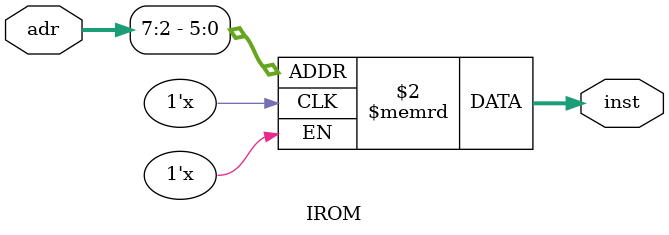
<source format=v>
module IROM (
    input wire [31:0] adr,
    output reg [31:0] inst
);
    reg [31:0] array [0:63]; 
    // here we define a very small array of 32-bit signal here.
    initial begin
        // you can initialize some instructions if you wish.
    end
    
    // TODO because I am afraid. So I only use the last few bits of the adr.
    // the last two bits of adr are 0's
    always @(*) begin
        inst = array[adr[7:2]];
    end
endmodule
</source>
